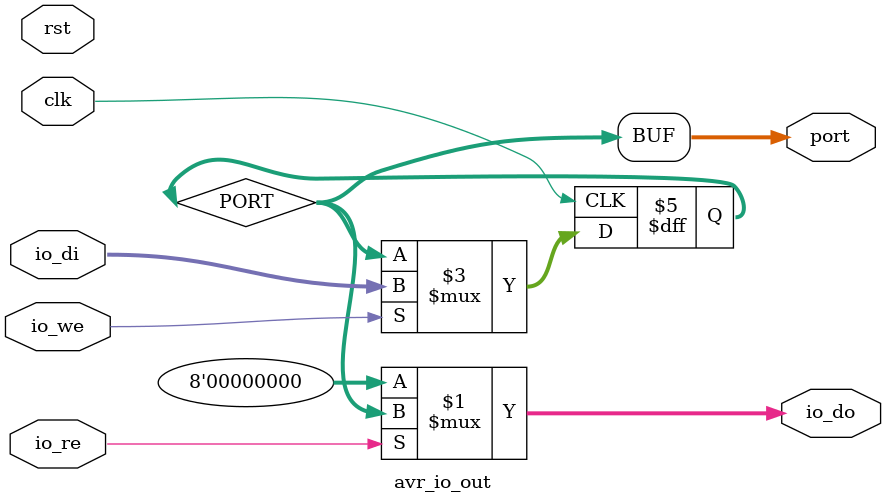
<source format=v>
/*****************************************************************************/
/* avr_io_out.v								     */
/* * * * * * * * * * * * * * * * * * * * * * * * * * * * * * * * * * * * * * */
/* (c) 2019-2020; Andras Pal <apal@szofi.net>				     */
/*****************************************************************************/

module avr_io_out
       (	input clk,
         input rst,

         input io_re,
         input io_we,
         output [7:0] io_do,
         input [7:0] io_di,

         output [7:0] port
       );

reg [7:0] PORT;

assign port[7:0] = PORT[7:0];

assign io_do = io_re ? PORT : 8'b00000000;

always @(posedge clk) begin

    if (io_we) begin
        PORT <= io_di;
    end

end


/*****************************************************************************/
/* Debug section starts here */

/* end of debug section */
/*****************************************************************************/

endmodule

    /*****************************************************************************/

</source>
